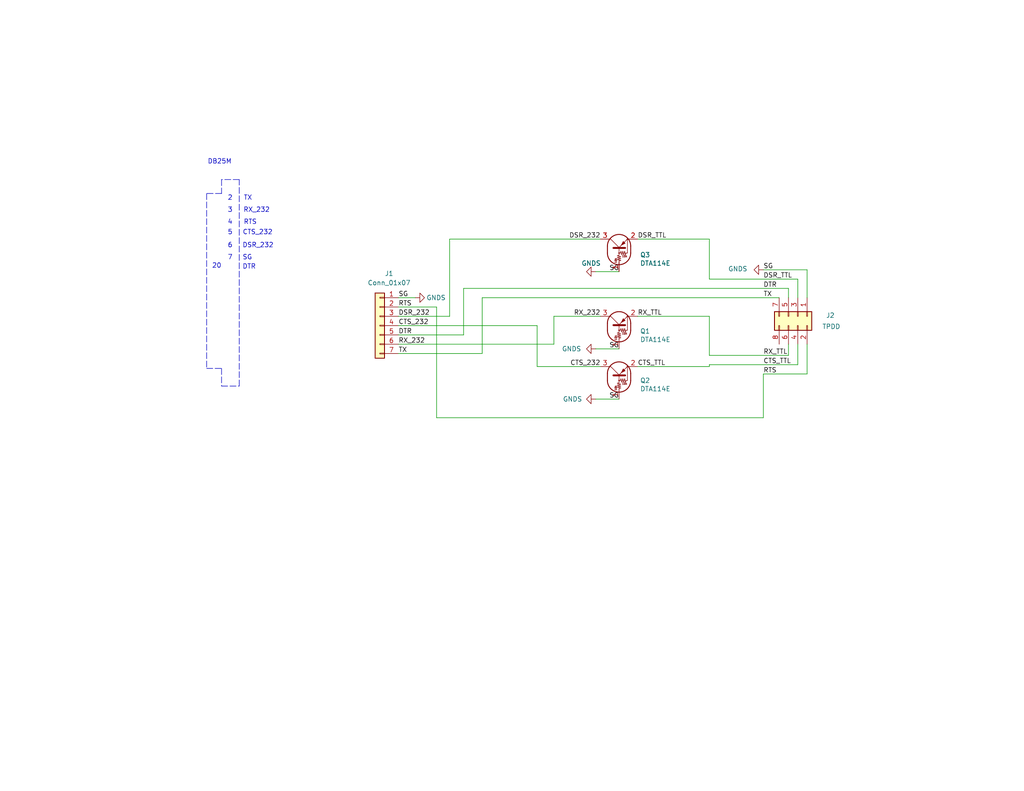
<source format=kicad_sch>
(kicad_sch (version 20211123) (generator eeschema)
  (paper "USLetter")
  (title_block (title "Tandy Portable Disk Drive cable"))
  (lib_symbols
    (symbol "Connector_Generic:Conn_01x07" (pin_names (offset 1.016) hide)
      (property "Reference" "J" (at 0 10.16 0))
      (property "Value" "Conn_01x07" (at 0 -10.16 0))
      (symbol "Conn_01x07_1_1"
        (rectangle (start -1.27 -7.493) (end 0 -7.747) (stroke (width 0.1524)))
        (rectangle (start -1.27 -4.953) (end 0 -5.207) (stroke (width 0.1524)))
        (rectangle (start -1.27 -2.413) (end 0 -2.667) (stroke (width 0.1524)))
        (rectangle (start -1.27 0.127) (end 0 -0.127) (stroke (width 0.1524)))
        (rectangle (start -1.27 2.667) (end 0 2.413) (stroke (width 0.1524)))
        (rectangle (start -1.27 5.207) (end 0 4.953) (stroke (width 0.1524)))
        (rectangle (start -1.27 7.747) (end 0 7.493) (stroke (width 0.1524)))
        (rectangle (start -1.27 8.89) (end 1.27 -8.89) (stroke (width 0.254)) (fill (type background)))
        (pin passive line (at -5.08 7.62 0) (length 3.81) (name "Pin_1") (number "1"))
        (pin passive line (at -5.08 5.08 0) (length 3.81) (name "Pin_2") (number "2"))
        (pin passive line (at -5.08 2.54 0) (length 3.81) (name "Pin_3") (number "3"))
        (pin passive line (at -5.08 0 0) (length 3.81) (name "Pin_4") (number "4"))
        (pin passive line (at -5.08 -2.54 0) (length 3.81) (name "Pin_5") (number "5"))
        (pin passive line (at -5.08 -5.08 0) (length 3.81) (name "Pin_6") (number "6"))
        (pin passive line (at -5.08 -7.62 0) (length 3.81) (name "Pin_7") (number "7"))
      )
    )
    (symbol "Connector_Generic:Conn_02x04_Odd_Even" (pin_names (offset 1.016) hide)
      (property "Reference" "J" (at 1.27 5.08 0))
      (property "Value" "Conn_02x04_Odd_Even" (at 1.27 -7.62 0))
      (symbol "Conn_02x04_Odd_Even_1_1"
        (rectangle (start -1.27 -4.953) (end 0 -5.207) (stroke (width 0.1524)))
        (rectangle (start -1.27 -2.413) (end 0 -2.667) (stroke (width 0.1524)))
        (rectangle (start -1.27 0.127) (end 0 -0.127) (stroke (width 0.1524)))
        (rectangle (start -1.27 2.667) (end 0 2.413) (stroke (width 0.1524)))
        (rectangle (start -1.27 3.81) (end 3.81 -6.35) (stroke (width 0.254)) (fill (type background)))
        (rectangle (start 3.81 -4.953) (end 2.54 -5.207) (stroke (width 0.1524)))
        (rectangle (start 3.81 -2.413) (end 2.54 -2.667) (stroke (width 0.1524)))
        (rectangle (start 3.81 0.127) (end 2.54 -0.127) (stroke (width 0.1524)))
        (rectangle (start 3.81 2.667) (end 2.54 2.413) (stroke (width 0.1524)))
        (pin passive line (at -5.08 2.54 0) (length 3.81) (name "Pin_1") (number "1"))
        (pin passive line (at 7.62 2.54 180) (length 3.81) (name "Pin_2") (number "2"))
        (pin passive line (at -5.08 0 0) (length 3.81) (name "Pin_3") (number "3"))
        (pin passive line (at 7.62 0 180) (length 3.81) (name "Pin_4") (number "4"))
        (pin passive line (at -5.08 -2.54 0) (length 3.81) (name "Pin_5") (number "5"))
        (pin passive line (at 7.62 -2.54 180) (length 3.81) (name "Pin_6") (number "6"))
        (pin passive line (at -5.08 -5.08 0) (length 3.81) (name "Pin_7") (number "7"))
        (pin passive line (at 7.62 -5.08 180) (length 3.81) (name "Pin_8") (number "8"))
      )
    )
    (symbol "Transistor_BJT:DTA114E" (pin_names (offset 0) hide)
      (property "Reference" "Q" (at 5.08 1.905 0))
      (property "Value" "DTA114E" (at 5.08 0 0))
      (symbol "DTA114E_0_0"
        (text "10k" (at -3.302 0.889 0) (effects (font (size 0.508 0.508))))
        (text "10k" (at -2.159 -1.524 900) (effects (font (size 0.508 0.508))))
      )
      (symbol "DTA114E_0_1"
        (circle (center -1.27 0) (radius 0.127))
        (arc (start -1.27 3.175) (mid -4.445 0) (end -1.27 -3.175) (stroke (width 0.254)))
        (polyline (pts (xy -3.429 0) (xy -3.81 0)))
        (polyline (pts (xy -1.27 -3.175) (xy 0.635 -3.175)) (stroke (width 0.254)))
        (polyline (pts (xy -1.27 3.175) (xy 0.635 3.175)) (stroke (width 0.254)))
        (polyline (pts (xy 0 -0.254) (xy 2.54 2.286)))
        (polyline (pts (xy 0.127 1.524) (xy 0.127 -1.651)) (stroke (width 0.508)) (fill (type outline)))
        (polyline (pts (xy 2.54 2.286) (xy 2.54 2.54)))
        (polyline (pts (xy 2.54 -2.286) (xy 0 0.254) (xy 0 0.254)))
        (polyline (pts (xy 1.397 -1.651) (xy 1.905 -1.143) (xy 0.889 -0.635) (xy 1.397 -1.651)) (fill (type outline)))
        (polyline (pts (xy 0 0) (xy -1.905 0) (xy -2.032 0.508) (xy -2.286 -0.508) (xy -2.54 0.508) (xy -2.794 -0.508) (xy -3.048 0.508) (xy -3.302 -0.508) (xy -3.429 0)))
        (polyline (pts (xy -1.27 0) (xy -1.27 -0.381) (xy -0.762 -0.508) (xy -1.778 -0.762) (xy -0.762 -1.016) (xy -1.778 -1.27) (xy -0.762 -1.524) (xy -1.778 -1.778) (xy -1.27 -1.905) (xy -1.27 -2.286) (xy 2.54 -2.286)))
        (arc (start 0.635 -3.175) (mid 3.81 0) (end 0.635 3.175) (stroke (width 0.254)))
        (circle (center 2.54 -2.286) (radius 0.127))
      )
      (symbol "DTA114E_1_1"
        (pin input line (at -6.35 0 0) (length 2.54) (name "B") (number "1"))
        (pin passive line (at 2.54 -5.08 90) (length 2.54) (name "E") (number "2"))
        (pin passive line (at 2.54 5.08 270) (length 2.54) (name "C") (number "3"))
      )
    )
    (symbol "power:GNDS" (power) (pin_names (offset 0))
      (property "Value" "GNDS" (at 0 -3.81 0))
      (symbol "GNDS_0_1"
        (polyline (pts (xy 0 0) (xy 0 -1.27) (xy 1.27 -1.27) (xy 0 -2.54) (xy -1.27 -1.27) (xy 0 -1.27)))
      )
      (symbol "GNDS_1_1"
        (pin power_in line (at 0 0 270) (length 0) hide (name "GNDS") (number "1"))
      )
    )
  )
  (wire (pts (xy 193.548 65.278) (xy 193.548 76.2)))
  (wire (pts (xy 131.572 81.28) (xy 212.598 81.28)))
  (polyline (pts (xy 65.278 105.41) (xy 65.278 49.022)))
  (polyline (pts (xy 56.388 100.584) (xy 60.452 100.584)))
  (wire (pts (xy 215.138 93.98) (xy 215.138 97.028)))
  (wire (pts (xy 215.138 81.28) (xy 215.138 78.74)))
  (wire (pts (xy 108.712 88.9) (xy 146.558 88.9)))
  (wire (pts (xy 193.548 97.028) (xy 215.138 97.028)))
  (polyline (pts (xy 60.452 52.832) (xy 56.388 52.832)))
  (wire (pts (xy 193.548 86.36) (xy 193.548 97.028)))
  (wire (pts (xy 126.492 78.74) (xy 215.138 78.74)))
  (polyline (pts (xy 60.452 49.022) (xy 60.452 52.832)))
  (wire (pts (xy 193.548 76.2) (xy 217.678 76.2)))
  (wire (pts (xy 173.99 100.076) (xy 193.548 100.076)))
  (wire (pts (xy 122.682 65.278) (xy 163.83 65.278)))
  (wire (pts (xy 220.218 73.66) (xy 208.28 73.66)))
  (wire (pts (xy 131.572 96.52) (xy 131.572 81.28)))
  (wire (pts (xy 108.712 83.82) (xy 119.126 83.82)))
  (wire (pts (xy 173.99 65.278) (xy 193.548 65.278)))
  (wire (pts (xy 119.126 83.82) (xy 119.126 114.046)))
  (wire (pts (xy 108.712 91.44) (xy 126.492 91.44)))
  (wire (pts (xy 113.284 81.28) (xy 108.712 81.28)))
  (wire (pts (xy 146.558 100.076) (xy 163.83 100.076)))
  (wire (pts (xy 208.28 114.046) (xy 208.28 102.108)))
  (wire (pts (xy 220.218 102.108) (xy 208.28 102.108)))
  (wire (pts (xy 126.492 91.44) (xy 126.492 78.74)))
  (polyline (pts (xy 56.388 52.832) (xy 56.388 100.584)))
  (wire (pts (xy 108.712 96.52) (xy 131.572 96.52)))
  (wire (pts (xy 146.558 88.9) (xy 146.558 100.076)))
  (wire (pts (xy 220.218 93.98) (xy 220.218 102.108)))
  (wire (pts (xy 151.13 93.98) (xy 151.13 86.36)))
  (wire (pts (xy 193.548 100.076) (xy 193.548 99.568)))
  (wire (pts (xy 151.13 86.36) (xy 163.83 86.36)))
  (wire (pts (xy 220.218 81.28) (xy 220.218 73.66)))
  (wire (pts (xy 217.678 93.98) (xy 217.678 99.568)))
  (wire (pts (xy 162.56 95.25) (xy 168.91 95.25)))
  (wire (pts (xy 217.678 81.28) (xy 217.678 76.2)))
  (wire (pts (xy 119.126 114.046) (xy 208.28 114.046)))
  (polyline (pts (xy 60.452 105.41) (xy 65.278 105.41)))
  (wire (pts (xy 108.712 93.98) (xy 151.13 93.98)))
  (wire (pts (xy 173.99 86.36) (xy 193.548 86.36)))
  (wire (pts (xy 162.56 74.168) (xy 168.91 74.168)))
  (polyline (pts (xy 65.278 49.022) (xy 60.452 49.022)))
  (wire (pts (xy 108.712 86.36) (xy 122.682 86.36)))
  (wire (pts (xy 162.56 108.966) (xy 168.91 108.966)))
  (polyline (pts (xy 60.452 100.584) (xy 60.452 105.41)))
  (wire (pts (xy 193.548 99.568) (xy 217.678 99.568)))
  (wire (pts (xy 122.682 86.36) (xy 122.682 65.278)))
  (text "2" (at 63.5 54.864 180) (effects (font (size 1.27 1.27)) (justify right bottom)))
  (text "DB25M" (at 63.246 44.958 180) (effects (font (size 1.27 1.27)) (justify right bottom)))
  (text "20" (at 60.452 73.406 180) (effects (font (size 1.27 1.27)) (justify right bottom)))
  (text "TX" (at 68.834 54.864 180) (effects (font (size 1.27 1.27)) (justify right bottom)))
  (text "SG" (at 68.834 71.12 180) (effects (font (size 1.27 1.27)) (justify right bottom)))
  (text "6" (at 63.5 67.818 180) (effects (font (size 1.27 1.27)) (justify right bottom)))
  (text "RTS" (at 70.104 61.468 180) (effects (font (size 1.27 1.27)) (justify right bottom)))
  (text "5" (at 63.5 64.262 180) (effects (font (size 1.27 1.27)) (justify right bottom)))
  (text "7" (at 63.5 71.12 180) (effects (font (size 1.27 1.27)) (justify right bottom)))
  (text "CTS_232" (at 74.422 64.262 180) (effects (font (size 1.27 1.27)) (justify right bottom)))
  (text "RX_232" (at 73.66 58.166 180) (effects (font (size 1.27 1.27)) (justify right bottom)))
  (text "DTR" (at 69.85 73.66 180) (effects (font (size 1.27 1.27)) (justify right bottom)))
  (text "4" (at 63.5 61.468 180) (effects (font (size 1.27 1.27)) (justify right bottom)))
  (text "3" (at 63.5 58.166 180) (effects (font (size 1.27 1.27)) (justify right bottom)))
  (text "DSR_232" (at 74.676 67.818 180) (effects (font (size 1.27 1.27)) (justify right bottom)))
  (label "DSR_232" (at 163.83 65.278 180))
  (label "RX_232" (at 108.712 93.98 0))
  (label "DTR" (at 108.712 91.44 0))
  (label "SG" (at 208.28 73.66 0))
  (label "DTR" (at 208.28 78.74 0))
  (label "TX" (at 208.28 81.28 0))
  (label "RX_232" (at 163.83 86.36 180))
  (label "DSR_232" (at 108.712 86.36 0))
  (label "RTS" (at 208.28 102.108 0))
  (label "CTS_232" (at 108.712 88.9 0))
  (label "SG" (at 168.91 74.168 180))
  (label "RX_TTL" (at 208.28 97.028 0))
  (label "RTS" (at 108.712 83.82 0))
  (label "SG" (at 168.91 95.25 180))
  (label "TX" (at 108.712 96.52 0))
  (label "CTS_TTL" (at 208.28 99.568 0))
  (label "CTS_TTL" (at 173.99 100.076 0))
  (label "DSR_TTL" (at 208.28 76.2 0))
  (label "SG" (at 168.91 108.966 180))
  (label "SG" (at 108.712 81.28 0))
  (label "RX_TTL" (at 173.99 86.36 0))
  (label "DSR_TTL" (at 173.99 65.278 0))
  (label "CTS_232" (at 163.83 100.076 180))
  (symbol (lib_id "Transistor_BJT:DTA114E") (at 168.91 88.9 90) (unit 1)
    (property "Reference" "Q1" (at 176.022 90.424 90))
    (property "Value" "DTA114E" (at 178.816 92.71 90))
    (property "Footprint" "000_LOCAL:SC-59" (effects hide))
  )
  (symbol (lib_id "Transistor_BJT:DTA114E") (at 168.91 102.616 90) (unit 1)
    (property "Reference" "Q2" (at 176.022 103.886 90))
    (property "Value" "DTA114E" (at 178.816 106.172 90))
    (property "Footprint" "000_LOCAL:SC-59" (effects hide))
  )
  (symbol (lib_id "Transistor_BJT:DTA114E") (at 168.91 67.818 90) (unit 1)
    (property "Reference" "Q3" (at 176.022 69.596 90))
    (property "Value" "DTA114E" (at 178.816 71.882 90))
    (property "Footprint" "000_LOCAL:SC-59" (effects hide))
  )
  (symbol (lib_id "power:GNDS") (at 162.56 74.168 270) (unit 1)
    (property "Reference" "#PWR0103" (effects hide))
    (property "Value" "GNDS" (at 161.29 71.882 90))
  )
  (symbol (lib_id "Connector_Generic:Conn_01x07") (at 103.632 88.9 0) (mirror y) (unit 1)
    (property "Reference" "J1" (at 106.172 74.676 0))
    (property "Value" "Conn_01x07" (at 106.172 77.216 0))
    (property "Footprint" "000_LOCAL:1x7x2mm" (effects hide))
  )
  (symbol (lib_id "Connector_Generic:Conn_02x04_Odd_Even") (at 217.678 86.36 270) (unit 1)
    (property "Reference" "J2" (at 226.568 86.106 90))
    (property "Value" "TPDD" (at 226.822 89.154 90))
    (property "Footprint" "000_LOCAL:2x4_header_on_edge" (effects hide))
  )
  (symbol (lib_id "power:GNDS") (at 162.56 95.25 270) (unit 1)
    (property "Reference" "#PWR0101" (effects hide))
    (property "Value" "GNDS" (at 155.956 95.25 90))
  )
  (symbol (lib_id "power:GNDS") (at 162.56 108.966 270) (unit 1)
    (property "Reference" "#PWR0102" (effects hide))
    (property "Value" "GNDS" (at 156.21 108.966 90))
  )
  (symbol (lib_id "power:GNDS") (at 208.28 73.66 270) (unit 1)
    (property "Reference" "#PWR0104" (effects hide))
    (property "Value" "GNDS" (at 203.962 73.406 90) (effects (justify right)))
  )
  (symbol (lib_id "power:GNDS") (at 113.284 81.28 90) (unit 1)
    (property "Reference" "#PWR0105" (effects hide))
    (property "Value" "GNDS" (at 116.332 81.28 90) (effects (justify right)))
  )
)
</source>
